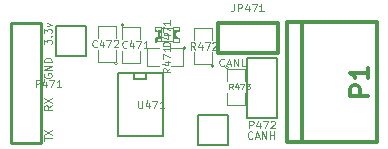
<source format=gto>
G04 (created by PCBNEW (2013-mar-13)-testing) date Вск 16 Фев 2014 22:18:45*
%MOIN*%
G04 Gerber Fmt 3.4, Leading zero omitted, Abs format*
%FSLAX34Y34*%
G01*
G70*
G90*
G04 APERTURE LIST*
%ADD10C,0.005906*%
%ADD11C,0.004000*%
%ADD12C,0.003900*%
%ADD13C,0.002600*%
%ADD14C,0.002000*%
%ADD15C,0.010000*%
%ADD16C,0.006000*%
%ADD17C,0.005000*%
%ADD18C,0.012000*%
%ADD19C,0.004300*%
G04 APERTURE END LIST*
G54D10*
G54D11*
X60363Y-71589D02*
X60351Y-71601D01*
X60315Y-71613D01*
X60291Y-71613D01*
X60255Y-71601D01*
X60232Y-71577D01*
X60220Y-71553D01*
X60208Y-71505D01*
X60208Y-71470D01*
X60220Y-71422D01*
X60232Y-71398D01*
X60255Y-71375D01*
X60291Y-71363D01*
X60315Y-71363D01*
X60351Y-71375D01*
X60363Y-71386D01*
X60458Y-71541D02*
X60577Y-71541D01*
X60434Y-71613D02*
X60517Y-71363D01*
X60601Y-71613D01*
X60684Y-71613D02*
X60684Y-71363D01*
X60827Y-71613D01*
X60827Y-71363D01*
X61065Y-71613D02*
X60946Y-71613D01*
X60946Y-71363D01*
X61308Y-74014D02*
X61296Y-74026D01*
X61260Y-74038D01*
X61236Y-74038D01*
X61201Y-74026D01*
X61177Y-74002D01*
X61165Y-73978D01*
X61153Y-73930D01*
X61153Y-73895D01*
X61165Y-73847D01*
X61177Y-73823D01*
X61201Y-73800D01*
X61236Y-73788D01*
X61260Y-73788D01*
X61296Y-73800D01*
X61308Y-73811D01*
X61403Y-73966D02*
X61522Y-73966D01*
X61379Y-74038D02*
X61463Y-73788D01*
X61546Y-74038D01*
X61629Y-74038D02*
X61629Y-73788D01*
X61772Y-74038D01*
X61772Y-73788D01*
X61891Y-74038D02*
X61891Y-73788D01*
X61891Y-73907D02*
X62034Y-73907D01*
X62034Y-74038D02*
X62034Y-73788D01*
X54363Y-74095D02*
X54363Y-73952D01*
X54613Y-74023D02*
X54363Y-74023D01*
X54363Y-73892D02*
X54613Y-73726D01*
X54363Y-73726D02*
X54613Y-73892D01*
X54613Y-72916D02*
X54494Y-73000D01*
X54613Y-73059D02*
X54363Y-73059D01*
X54363Y-72964D01*
X54375Y-72940D01*
X54386Y-72928D01*
X54410Y-72916D01*
X54446Y-72916D01*
X54470Y-72928D01*
X54482Y-72940D01*
X54494Y-72964D01*
X54494Y-73059D01*
X54363Y-72833D02*
X54613Y-72666D01*
X54363Y-72666D02*
X54613Y-72833D01*
X54375Y-71869D02*
X54363Y-71892D01*
X54363Y-71928D01*
X54375Y-71964D01*
X54398Y-71988D01*
X54422Y-71999D01*
X54470Y-72011D01*
X54505Y-72011D01*
X54553Y-71999D01*
X54577Y-71988D01*
X54601Y-71964D01*
X54613Y-71928D01*
X54613Y-71904D01*
X54601Y-71869D01*
X54589Y-71857D01*
X54505Y-71857D01*
X54505Y-71904D01*
X54613Y-71749D02*
X54363Y-71749D01*
X54613Y-71607D01*
X54363Y-71607D01*
X54613Y-71488D02*
X54363Y-71488D01*
X54363Y-71428D01*
X54375Y-71392D01*
X54398Y-71369D01*
X54422Y-71357D01*
X54470Y-71345D01*
X54505Y-71345D01*
X54553Y-71357D01*
X54577Y-71369D01*
X54601Y-71392D01*
X54613Y-71428D01*
X54613Y-71488D01*
X54363Y-70880D02*
X54363Y-70726D01*
X54458Y-70809D01*
X54458Y-70773D01*
X54470Y-70749D01*
X54482Y-70738D01*
X54505Y-70726D01*
X54565Y-70726D01*
X54589Y-70738D01*
X54601Y-70749D01*
X54613Y-70773D01*
X54613Y-70845D01*
X54601Y-70869D01*
X54589Y-70880D01*
X54589Y-70619D02*
X54601Y-70607D01*
X54613Y-70619D01*
X54601Y-70630D01*
X54589Y-70619D01*
X54613Y-70619D01*
X54363Y-70523D02*
X54363Y-70369D01*
X54458Y-70452D01*
X54458Y-70416D01*
X54470Y-70392D01*
X54482Y-70380D01*
X54505Y-70369D01*
X54565Y-70369D01*
X54589Y-70380D01*
X54601Y-70392D01*
X54613Y-70416D01*
X54613Y-70488D01*
X54601Y-70511D01*
X54589Y-70523D01*
X54446Y-70285D02*
X54613Y-70226D01*
X54446Y-70166D01*
G54D12*
X57025Y-70250D02*
G75*
G03X57025Y-70250I-50J0D01*
G74*
G01*
X56975Y-70700D02*
X56975Y-70300D01*
X56975Y-70300D02*
X57575Y-70300D01*
X57575Y-70300D02*
X57575Y-70700D01*
X57575Y-71100D02*
X57575Y-71500D01*
X57575Y-71500D02*
X56975Y-71500D01*
X56975Y-71500D02*
X56975Y-71100D01*
X56800Y-71525D02*
G75*
G03X56800Y-71525I-50J0D01*
G74*
G01*
X56750Y-71075D02*
X56750Y-71475D01*
X56750Y-71475D02*
X56150Y-71475D01*
X56150Y-71475D02*
X56150Y-71075D01*
X56150Y-70675D02*
X56150Y-70275D01*
X56150Y-70275D02*
X56750Y-70275D01*
X56750Y-70275D02*
X56750Y-70675D01*
G54D13*
X58254Y-70432D02*
X58254Y-70304D01*
X58254Y-70304D02*
X58057Y-70304D01*
X58057Y-70432D02*
X58057Y-70304D01*
X58254Y-70432D02*
X58057Y-70432D01*
X58254Y-70677D02*
X58254Y-70618D01*
X58254Y-70618D02*
X58155Y-70618D01*
X58155Y-70677D02*
X58155Y-70618D01*
X58254Y-70677D02*
X58155Y-70677D01*
X58254Y-70482D02*
X58254Y-70423D01*
X58254Y-70423D02*
X58155Y-70423D01*
X58155Y-70482D02*
X58155Y-70423D01*
X58254Y-70482D02*
X58155Y-70482D01*
X58254Y-70628D02*
X58254Y-70472D01*
X58254Y-70472D02*
X58185Y-70472D01*
X58185Y-70628D02*
X58185Y-70472D01*
X58254Y-70628D02*
X58185Y-70628D01*
X58843Y-70432D02*
X58843Y-70304D01*
X58843Y-70304D02*
X58646Y-70304D01*
X58646Y-70432D02*
X58646Y-70304D01*
X58843Y-70432D02*
X58646Y-70432D01*
X58843Y-70796D02*
X58843Y-70668D01*
X58843Y-70668D02*
X58646Y-70668D01*
X58646Y-70796D02*
X58646Y-70668D01*
X58843Y-70796D02*
X58646Y-70796D01*
X58745Y-70482D02*
X58745Y-70423D01*
X58745Y-70423D02*
X58646Y-70423D01*
X58646Y-70482D02*
X58646Y-70423D01*
X58745Y-70482D02*
X58646Y-70482D01*
X58745Y-70677D02*
X58745Y-70618D01*
X58745Y-70618D02*
X58646Y-70618D01*
X58646Y-70677D02*
X58646Y-70618D01*
X58745Y-70677D02*
X58646Y-70677D01*
X58715Y-70628D02*
X58715Y-70472D01*
X58715Y-70472D02*
X58646Y-70472D01*
X58646Y-70628D02*
X58646Y-70472D01*
X58715Y-70628D02*
X58646Y-70628D01*
X58450Y-70589D02*
X58450Y-70511D01*
X58450Y-70511D02*
X58372Y-70511D01*
X58372Y-70589D02*
X58372Y-70511D01*
X58450Y-70589D02*
X58372Y-70589D01*
X58254Y-70786D02*
X58254Y-70668D01*
X58254Y-70668D02*
X58136Y-70668D01*
X58136Y-70786D02*
X58136Y-70668D01*
X58254Y-70786D02*
X58136Y-70786D01*
X58086Y-70796D02*
X58086Y-70707D01*
X58086Y-70707D02*
X58057Y-70707D01*
X58057Y-70796D02*
X58057Y-70707D01*
X58086Y-70796D02*
X58057Y-70796D01*
G54D11*
X58244Y-70324D02*
X58656Y-70324D01*
X58646Y-70776D02*
X58086Y-70776D01*
G54D14*
X58144Y-70727D02*
G75*
G03X58144Y-70727I-28J0D01*
G74*
G01*
G54D11*
X58057Y-70687D02*
G75*
G03X58057Y-70413I0J137D01*
G74*
G01*
X58843Y-70413D02*
G75*
G03X58843Y-70687I0J-137D01*
G74*
G01*
G54D12*
X59100Y-71000D02*
G75*
G03X59100Y-71000I-50J0D01*
G74*
G01*
X58600Y-71000D02*
X59000Y-71000D01*
X59000Y-71000D02*
X59000Y-71600D01*
X59000Y-71600D02*
X58600Y-71600D01*
X58200Y-71600D02*
X57800Y-71600D01*
X57800Y-71600D02*
X57800Y-71000D01*
X57800Y-71000D02*
X58200Y-71000D01*
X60025Y-71600D02*
G75*
G03X60025Y-71600I-50J0D01*
G74*
G01*
X59975Y-71150D02*
X59975Y-71550D01*
X59975Y-71550D02*
X59375Y-71550D01*
X59375Y-71550D02*
X59375Y-71150D01*
X59375Y-70750D02*
X59375Y-70350D01*
X59375Y-70350D02*
X59975Y-70350D01*
X59975Y-70350D02*
X59975Y-70750D01*
G54D15*
X53250Y-74175D02*
X53250Y-70175D01*
X54250Y-74175D02*
X54250Y-70175D01*
X54250Y-70175D02*
X53250Y-70175D01*
X53250Y-74175D02*
X54250Y-74175D01*
G54D16*
X61125Y-71350D02*
X62125Y-71350D01*
X62125Y-71350D02*
X62125Y-73350D01*
X62125Y-73350D02*
X61125Y-73350D01*
X61125Y-73350D02*
X61125Y-71350D01*
G54D17*
X56875Y-71850D02*
X56825Y-71850D01*
X56825Y-71850D02*
X56825Y-73950D01*
X58325Y-73950D02*
X58325Y-71850D01*
X58325Y-71850D02*
X56875Y-71850D01*
X57775Y-71850D02*
X57775Y-72050D01*
X57775Y-72050D02*
X57375Y-72050D01*
X57375Y-72050D02*
X57375Y-71850D01*
X58325Y-73950D02*
X56825Y-73950D01*
G54D18*
X60150Y-71175D02*
X60150Y-70175D01*
X60150Y-70175D02*
X62150Y-70175D01*
X62150Y-70175D02*
X62150Y-71175D01*
X62150Y-71175D02*
X60150Y-71175D01*
G54D12*
X60500Y-71650D02*
G75*
G03X60500Y-71650I-50J0D01*
G74*
G01*
X60450Y-72100D02*
X60450Y-71700D01*
X60450Y-71700D02*
X61050Y-71700D01*
X61050Y-71700D02*
X61050Y-72100D01*
X61050Y-72500D02*
X61050Y-72900D01*
X61050Y-72900D02*
X60450Y-72900D01*
X60450Y-72900D02*
X60450Y-72500D01*
G54D16*
X55775Y-71275D02*
X54775Y-71275D01*
X54775Y-70275D02*
X55775Y-70275D01*
X54775Y-71275D02*
X54775Y-70275D01*
X55775Y-70275D02*
X55775Y-71275D01*
X60500Y-74225D02*
X59500Y-74225D01*
X59500Y-73225D02*
X60500Y-73225D01*
X59500Y-74225D02*
X59500Y-73225D01*
X60500Y-73225D02*
X60500Y-74225D01*
G54D18*
X62950Y-74150D02*
X62950Y-70150D01*
X62450Y-74150D02*
X65450Y-74150D01*
X65450Y-74150D02*
X65450Y-70150D01*
X65450Y-70150D02*
X62450Y-70150D01*
X62450Y-70150D02*
X62450Y-74150D01*
G54D11*
X57120Y-70989D02*
X57108Y-71001D01*
X57072Y-71013D01*
X57048Y-71013D01*
X57013Y-71001D01*
X56989Y-70977D01*
X56977Y-70953D01*
X56965Y-70905D01*
X56965Y-70870D01*
X56977Y-70822D01*
X56989Y-70798D01*
X57013Y-70775D01*
X57048Y-70763D01*
X57072Y-70763D01*
X57108Y-70775D01*
X57120Y-70786D01*
X57334Y-70846D02*
X57334Y-71013D01*
X57275Y-70751D02*
X57215Y-70929D01*
X57370Y-70929D01*
X57441Y-70763D02*
X57608Y-70763D01*
X57501Y-71013D01*
X57834Y-71013D02*
X57691Y-71013D01*
X57763Y-71013D02*
X57763Y-70763D01*
X57739Y-70798D01*
X57715Y-70822D01*
X57691Y-70834D01*
X56120Y-70964D02*
X56108Y-70976D01*
X56072Y-70988D01*
X56048Y-70988D01*
X56013Y-70976D01*
X55989Y-70952D01*
X55977Y-70928D01*
X55965Y-70880D01*
X55965Y-70845D01*
X55977Y-70797D01*
X55989Y-70773D01*
X56013Y-70750D01*
X56048Y-70738D01*
X56072Y-70738D01*
X56108Y-70750D01*
X56120Y-70761D01*
X56334Y-70821D02*
X56334Y-70988D01*
X56275Y-70726D02*
X56215Y-70904D01*
X56370Y-70904D01*
X56441Y-70738D02*
X56608Y-70738D01*
X56501Y-70988D01*
X56691Y-70761D02*
X56703Y-70750D01*
X56727Y-70738D01*
X56786Y-70738D01*
X56810Y-70750D01*
X56822Y-70761D01*
X56834Y-70785D01*
X56834Y-70809D01*
X56822Y-70845D01*
X56679Y-70988D01*
X56834Y-70988D01*
X58563Y-70947D02*
X58313Y-70947D01*
X58313Y-70888D01*
X58325Y-70852D01*
X58348Y-70828D01*
X58372Y-70816D01*
X58420Y-70804D01*
X58455Y-70804D01*
X58503Y-70816D01*
X58527Y-70828D01*
X58551Y-70852D01*
X58563Y-70888D01*
X58563Y-70947D01*
X58396Y-70590D02*
X58563Y-70590D01*
X58301Y-70650D02*
X58479Y-70709D01*
X58479Y-70554D01*
X58313Y-70483D02*
X58313Y-70316D01*
X58563Y-70423D01*
X58563Y-70090D02*
X58563Y-70233D01*
X58563Y-70161D02*
X58313Y-70161D01*
X58348Y-70185D01*
X58372Y-70209D01*
X58384Y-70233D01*
X58563Y-71679D02*
X58444Y-71763D01*
X58563Y-71822D02*
X58313Y-71822D01*
X58313Y-71727D01*
X58325Y-71703D01*
X58336Y-71691D01*
X58360Y-71679D01*
X58396Y-71679D01*
X58420Y-71691D01*
X58432Y-71703D01*
X58444Y-71727D01*
X58444Y-71822D01*
X58396Y-71465D02*
X58563Y-71465D01*
X58301Y-71525D02*
X58479Y-71584D01*
X58479Y-71429D01*
X58313Y-71358D02*
X58313Y-71191D01*
X58563Y-71298D01*
X58563Y-70965D02*
X58563Y-71108D01*
X58563Y-71036D02*
X58313Y-71036D01*
X58348Y-71060D01*
X58372Y-71084D01*
X58384Y-71108D01*
X59395Y-71063D02*
X59311Y-70944D01*
X59252Y-71063D02*
X59252Y-70813D01*
X59347Y-70813D01*
X59371Y-70825D01*
X59383Y-70836D01*
X59395Y-70860D01*
X59395Y-70896D01*
X59383Y-70920D01*
X59371Y-70932D01*
X59347Y-70944D01*
X59252Y-70944D01*
X59609Y-70896D02*
X59609Y-71063D01*
X59550Y-70801D02*
X59490Y-70979D01*
X59645Y-70979D01*
X59716Y-70813D02*
X59883Y-70813D01*
X59776Y-71063D01*
X59966Y-70836D02*
X59978Y-70825D01*
X60002Y-70813D01*
X60061Y-70813D01*
X60085Y-70825D01*
X60097Y-70836D01*
X60109Y-70860D01*
X60109Y-70884D01*
X60097Y-70920D01*
X59954Y-71063D01*
X60109Y-71063D01*
X54077Y-72313D02*
X54077Y-72063D01*
X54172Y-72063D01*
X54196Y-72075D01*
X54208Y-72086D01*
X54220Y-72110D01*
X54220Y-72146D01*
X54208Y-72170D01*
X54196Y-72182D01*
X54172Y-72194D01*
X54077Y-72194D01*
X54434Y-72146D02*
X54434Y-72313D01*
X54375Y-72051D02*
X54315Y-72229D01*
X54470Y-72229D01*
X54541Y-72063D02*
X54708Y-72063D01*
X54601Y-72313D01*
X54934Y-72313D02*
X54791Y-72313D01*
X54863Y-72313D02*
X54863Y-72063D01*
X54839Y-72098D01*
X54815Y-72122D01*
X54791Y-72134D01*
X61202Y-73688D02*
X61202Y-73438D01*
X61297Y-73438D01*
X61321Y-73450D01*
X61333Y-73461D01*
X61345Y-73485D01*
X61345Y-73521D01*
X61333Y-73545D01*
X61321Y-73557D01*
X61297Y-73569D01*
X61202Y-73569D01*
X61559Y-73521D02*
X61559Y-73688D01*
X61500Y-73426D02*
X61440Y-73604D01*
X61595Y-73604D01*
X61666Y-73438D02*
X61833Y-73438D01*
X61726Y-73688D01*
X61916Y-73461D02*
X61928Y-73450D01*
X61952Y-73438D01*
X62011Y-73438D01*
X62035Y-73450D01*
X62047Y-73461D01*
X62059Y-73485D01*
X62059Y-73509D01*
X62047Y-73545D01*
X61904Y-73688D01*
X62059Y-73688D01*
X57496Y-72763D02*
X57496Y-72965D01*
X57508Y-72989D01*
X57520Y-73001D01*
X57544Y-73013D01*
X57591Y-73013D01*
X57615Y-73001D01*
X57627Y-72989D01*
X57639Y-72965D01*
X57639Y-72763D01*
X57865Y-72846D02*
X57865Y-73013D01*
X57805Y-72751D02*
X57746Y-72929D01*
X57901Y-72929D01*
X57972Y-72763D02*
X58139Y-72763D01*
X58032Y-73013D01*
X58365Y-73013D02*
X58222Y-73013D01*
X58294Y-73013D02*
X58294Y-72763D01*
X58270Y-72798D01*
X58246Y-72822D01*
X58222Y-72834D01*
X60703Y-69538D02*
X60703Y-69716D01*
X60691Y-69752D01*
X60667Y-69776D01*
X60632Y-69788D01*
X60608Y-69788D01*
X60822Y-69788D02*
X60822Y-69538D01*
X60917Y-69538D01*
X60941Y-69550D01*
X60953Y-69561D01*
X60965Y-69585D01*
X60965Y-69621D01*
X60953Y-69645D01*
X60941Y-69657D01*
X60917Y-69669D01*
X60822Y-69669D01*
X61179Y-69621D02*
X61179Y-69788D01*
X61120Y-69526D02*
X61060Y-69704D01*
X61215Y-69704D01*
X61286Y-69538D02*
X61453Y-69538D01*
X61346Y-69788D01*
X61679Y-69788D02*
X61536Y-69788D01*
X61608Y-69788D02*
X61608Y-69538D01*
X61584Y-69573D01*
X61560Y-69597D01*
X61536Y-69609D01*
G54D19*
X60654Y-72389D02*
X60588Y-72295D01*
X60541Y-72389D02*
X60541Y-72192D01*
X60617Y-72192D01*
X60635Y-72201D01*
X60645Y-72210D01*
X60654Y-72229D01*
X60654Y-72257D01*
X60645Y-72276D01*
X60635Y-72285D01*
X60617Y-72295D01*
X60541Y-72295D01*
X60823Y-72257D02*
X60823Y-72389D01*
X60776Y-72182D02*
X60729Y-72323D01*
X60851Y-72323D01*
X60907Y-72192D02*
X61039Y-72192D01*
X60954Y-72389D01*
X61095Y-72192D02*
X61217Y-72192D01*
X61151Y-72267D01*
X61179Y-72267D01*
X61198Y-72276D01*
X61208Y-72285D01*
X61217Y-72304D01*
X61217Y-72351D01*
X61208Y-72370D01*
X61198Y-72379D01*
X61179Y-72389D01*
X61123Y-72389D01*
X61104Y-72379D01*
X61095Y-72370D01*
G54D18*
X65171Y-72592D02*
X64571Y-72592D01*
X64571Y-72364D01*
X64600Y-72307D01*
X64628Y-72278D01*
X64685Y-72250D01*
X64771Y-72250D01*
X64828Y-72278D01*
X64857Y-72307D01*
X64885Y-72364D01*
X64885Y-72592D01*
X65171Y-71678D02*
X65171Y-72021D01*
X65171Y-71850D02*
X64571Y-71850D01*
X64657Y-71907D01*
X64714Y-71964D01*
X64742Y-72021D01*
M02*

</source>
